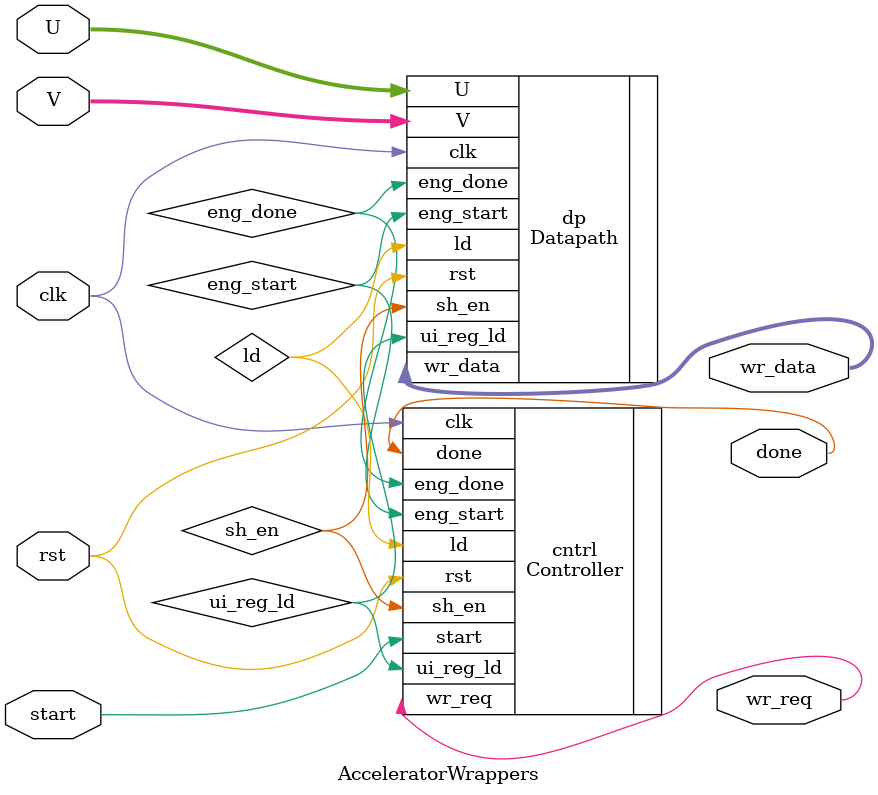
<source format=v>
module AcceleratorWrappers(input clk , rst, start, input [1:0] U, 
                           input [4:0] V, output done, wr_req, 
                           output [20:0] wr_data);

    wire ld, sh_en, eng_start, ui_reg_ld, eng_done;

    Datapath dp(.clk(clk), .rst(rst), .ld(ld), .sh_en(sh_en), 
                .eng_start(eng_start), .ui_reg_ld(ui_reg_ld) ,
                .V(V), .U(U), .eng_done(eng_done), .wr_data(wr_data));

    Controller cntrl(.clk(clk), .rst(rst), .eng_done(eng_done), .start(start),
                  .ld(ld), .sh_en(sh_en), .wr_req(wr_req), 
                  .eng_start(eng_start), .ui_reg_ld(ui_reg_ld), .done(done));

endmodule
</source>
